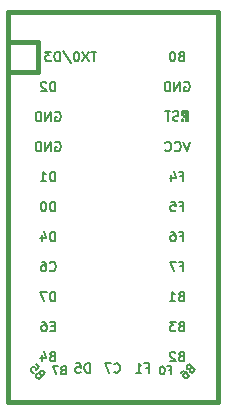
<source format=gbr>
G04 #@! TF.GenerationSoftware,KiCad,Pcbnew,(5.1.5)-2*
G04 #@! TF.CreationDate,2020-01-16T23:06:53-08:00*
G04 #@! TF.ProjectId,Jason's PCB,4a61736f-6e27-4732-9050-43422e6b6963,rev?*
G04 #@! TF.SameCoordinates,Original*
G04 #@! TF.FileFunction,Legend,Bot*
G04 #@! TF.FilePolarity,Positive*
%FSLAX46Y46*%
G04 Gerber Fmt 4.6, Leading zero omitted, Abs format (unit mm)*
G04 Created by KiCad (PCBNEW (5.1.5)-2) date 2020-01-16 23:06:53*
%MOMM*%
%LPD*%
G04 APERTURE LIST*
%ADD10C,0.381000*%
%ADD11C,0.150000*%
G04 APERTURE END LIST*
D10*
X122174000Y-18796000D02*
X119634000Y-18796000D01*
X122174000Y-16256000D02*
X122174000Y-18796000D01*
D11*
G36*
X134568635Y-22545030D02*
G01*
X134568635Y-22645030D01*
X134668635Y-22645030D01*
X134668635Y-22545030D01*
X134568635Y-22545030D01*
G37*
X134568635Y-22545030D02*
X134568635Y-22645030D01*
X134668635Y-22645030D01*
X134668635Y-22545030D01*
X134568635Y-22545030D01*
G36*
X134768635Y-22145030D02*
G01*
X134768635Y-22945030D01*
X134868635Y-22945030D01*
X134868635Y-22145030D01*
X134768635Y-22145030D01*
G37*
X134768635Y-22145030D02*
X134768635Y-22945030D01*
X134868635Y-22945030D01*
X134868635Y-22145030D01*
X134768635Y-22145030D01*
G36*
X134368635Y-22745030D02*
G01*
X134368635Y-22945030D01*
X134468635Y-22945030D01*
X134468635Y-22745030D01*
X134368635Y-22745030D01*
G37*
X134368635Y-22745030D02*
X134368635Y-22945030D01*
X134468635Y-22945030D01*
X134468635Y-22745030D01*
X134368635Y-22745030D01*
G36*
X134368635Y-22145030D02*
G01*
X134368635Y-22445030D01*
X134468635Y-22445030D01*
X134468635Y-22145030D01*
X134368635Y-22145030D01*
G37*
X134368635Y-22145030D02*
X134368635Y-22445030D01*
X134468635Y-22445030D01*
X134468635Y-22145030D01*
X134368635Y-22145030D01*
G36*
X134368635Y-22145030D02*
G01*
X134368635Y-22245030D01*
X134868635Y-22245030D01*
X134868635Y-22145030D01*
X134368635Y-22145030D01*
G37*
X134368635Y-22145030D02*
X134368635Y-22245030D01*
X134868635Y-22245030D01*
X134868635Y-22145030D01*
X134368635Y-22145030D01*
D10*
X137414000Y-46736000D02*
X137414000Y-13716000D01*
X119634000Y-46736000D02*
X137414000Y-46736000D01*
X119634000Y-13716000D02*
X119634000Y-46736000D01*
X137414000Y-13716000D02*
X119634000Y-13716000D01*
X122174000Y-16256000D02*
X119634000Y-16256000D01*
D11*
X123653476Y-20427904D02*
X123653476Y-19627904D01*
X123463000Y-19627904D01*
X123348714Y-19666000D01*
X123272523Y-19742190D01*
X123234428Y-19818380D01*
X123196333Y-19970761D01*
X123196333Y-20085047D01*
X123234428Y-20237428D01*
X123272523Y-20313619D01*
X123348714Y-20389809D01*
X123463000Y-20427904D01*
X123653476Y-20427904D01*
X122891571Y-19704095D02*
X122853476Y-19666000D01*
X122777285Y-19627904D01*
X122586809Y-19627904D01*
X122510619Y-19666000D01*
X122472523Y-19704095D01*
X122434428Y-19780285D01*
X122434428Y-19856476D01*
X122472523Y-19970761D01*
X122929666Y-20427904D01*
X122434428Y-20427904D01*
X123653476Y-30587904D02*
X123653476Y-29787904D01*
X123463000Y-29787904D01*
X123348714Y-29826000D01*
X123272523Y-29902190D01*
X123234428Y-29978380D01*
X123196333Y-30130761D01*
X123196333Y-30245047D01*
X123234428Y-30397428D01*
X123272523Y-30473619D01*
X123348714Y-30549809D01*
X123463000Y-30587904D01*
X123653476Y-30587904D01*
X122701095Y-29787904D02*
X122624904Y-29787904D01*
X122548714Y-29826000D01*
X122510619Y-29864095D01*
X122472523Y-29940285D01*
X122434428Y-30092666D01*
X122434428Y-30283142D01*
X122472523Y-30435523D01*
X122510619Y-30511714D01*
X122548714Y-30549809D01*
X122624904Y-30587904D01*
X122701095Y-30587904D01*
X122777285Y-30549809D01*
X122815380Y-30511714D01*
X122853476Y-30435523D01*
X122891571Y-30283142D01*
X122891571Y-30092666D01*
X122853476Y-29940285D01*
X122815380Y-29864095D01*
X122777285Y-29826000D01*
X122701095Y-29787904D01*
X123653476Y-28047904D02*
X123653476Y-27247904D01*
X123463000Y-27247904D01*
X123348714Y-27286000D01*
X123272523Y-27362190D01*
X123234428Y-27438380D01*
X123196333Y-27590761D01*
X123196333Y-27705047D01*
X123234428Y-27857428D01*
X123272523Y-27933619D01*
X123348714Y-28009809D01*
X123463000Y-28047904D01*
X123653476Y-28047904D01*
X122434428Y-28047904D02*
X122891571Y-28047904D01*
X122663000Y-28047904D02*
X122663000Y-27247904D01*
X122739190Y-27362190D01*
X122815380Y-27438380D01*
X122891571Y-27476476D01*
X123672523Y-24746000D02*
X123748714Y-24707904D01*
X123863000Y-24707904D01*
X123977285Y-24746000D01*
X124053476Y-24822190D01*
X124091571Y-24898380D01*
X124129666Y-25050761D01*
X124129666Y-25165047D01*
X124091571Y-25317428D01*
X124053476Y-25393619D01*
X123977285Y-25469809D01*
X123863000Y-25507904D01*
X123786809Y-25507904D01*
X123672523Y-25469809D01*
X123634428Y-25431714D01*
X123634428Y-25165047D01*
X123786809Y-25165047D01*
X123291571Y-25507904D02*
X123291571Y-24707904D01*
X122834428Y-25507904D01*
X122834428Y-24707904D01*
X122453476Y-25507904D02*
X122453476Y-24707904D01*
X122263000Y-24707904D01*
X122148714Y-24746000D01*
X122072523Y-24822190D01*
X122034428Y-24898380D01*
X121996333Y-25050761D01*
X121996333Y-25165047D01*
X122034428Y-25317428D01*
X122072523Y-25393619D01*
X122148714Y-25469809D01*
X122263000Y-25507904D01*
X122453476Y-25507904D01*
X123672523Y-22206000D02*
X123748714Y-22167904D01*
X123863000Y-22167904D01*
X123977285Y-22206000D01*
X124053476Y-22282190D01*
X124091571Y-22358380D01*
X124129666Y-22510761D01*
X124129666Y-22625047D01*
X124091571Y-22777428D01*
X124053476Y-22853619D01*
X123977285Y-22929809D01*
X123863000Y-22967904D01*
X123786809Y-22967904D01*
X123672523Y-22929809D01*
X123634428Y-22891714D01*
X123634428Y-22625047D01*
X123786809Y-22625047D01*
X123291571Y-22967904D02*
X123291571Y-22167904D01*
X122834428Y-22967904D01*
X122834428Y-22167904D01*
X122453476Y-22967904D02*
X122453476Y-22167904D01*
X122263000Y-22167904D01*
X122148714Y-22206000D01*
X122072523Y-22282190D01*
X122034428Y-22358380D01*
X121996333Y-22510761D01*
X121996333Y-22625047D01*
X122034428Y-22777428D01*
X122072523Y-22853619D01*
X122148714Y-22929809D01*
X122263000Y-22967904D01*
X122453476Y-22967904D01*
X123653476Y-33127904D02*
X123653476Y-32327904D01*
X123463000Y-32327904D01*
X123348714Y-32366000D01*
X123272523Y-32442190D01*
X123234428Y-32518380D01*
X123196333Y-32670761D01*
X123196333Y-32785047D01*
X123234428Y-32937428D01*
X123272523Y-33013619D01*
X123348714Y-33089809D01*
X123463000Y-33127904D01*
X123653476Y-33127904D01*
X122510619Y-32594571D02*
X122510619Y-33127904D01*
X122701095Y-32289809D02*
X122891571Y-32861238D01*
X122396333Y-32861238D01*
X123196333Y-35591714D02*
X123234428Y-35629809D01*
X123348714Y-35667904D01*
X123424904Y-35667904D01*
X123539190Y-35629809D01*
X123615380Y-35553619D01*
X123653476Y-35477428D01*
X123691571Y-35325047D01*
X123691571Y-35210761D01*
X123653476Y-35058380D01*
X123615380Y-34982190D01*
X123539190Y-34906000D01*
X123424904Y-34867904D01*
X123348714Y-34867904D01*
X123234428Y-34906000D01*
X123196333Y-34944095D01*
X122510619Y-34867904D02*
X122663000Y-34867904D01*
X122739190Y-34906000D01*
X122777285Y-34944095D01*
X122853476Y-35058380D01*
X122891571Y-35210761D01*
X122891571Y-35515523D01*
X122853476Y-35591714D01*
X122815380Y-35629809D01*
X122739190Y-35667904D01*
X122586809Y-35667904D01*
X122510619Y-35629809D01*
X122472523Y-35591714D01*
X122434428Y-35515523D01*
X122434428Y-35325047D01*
X122472523Y-35248857D01*
X122510619Y-35210761D01*
X122586809Y-35172666D01*
X122739190Y-35172666D01*
X122815380Y-35210761D01*
X122853476Y-35248857D01*
X122891571Y-35325047D01*
X123653476Y-38207904D02*
X123653476Y-37407904D01*
X123463000Y-37407904D01*
X123348714Y-37446000D01*
X123272523Y-37522190D01*
X123234428Y-37598380D01*
X123196333Y-37750761D01*
X123196333Y-37865047D01*
X123234428Y-38017428D01*
X123272523Y-38093619D01*
X123348714Y-38169809D01*
X123463000Y-38207904D01*
X123653476Y-38207904D01*
X122929666Y-37407904D02*
X122396333Y-37407904D01*
X122739190Y-38207904D01*
X123615380Y-40328857D02*
X123348714Y-40328857D01*
X123234428Y-40747904D02*
X123615380Y-40747904D01*
X123615380Y-39947904D01*
X123234428Y-39947904D01*
X122548714Y-39947904D02*
X122701095Y-39947904D01*
X122777285Y-39986000D01*
X122815380Y-40024095D01*
X122891571Y-40138380D01*
X122929666Y-40290761D01*
X122929666Y-40595523D01*
X122891571Y-40671714D01*
X122853476Y-40709809D01*
X122777285Y-40747904D01*
X122624904Y-40747904D01*
X122548714Y-40709809D01*
X122510619Y-40671714D01*
X122472523Y-40595523D01*
X122472523Y-40405047D01*
X122510619Y-40328857D01*
X122548714Y-40290761D01*
X122624904Y-40252666D01*
X122777285Y-40252666D01*
X122853476Y-40290761D01*
X122891571Y-40328857D01*
X122929666Y-40405047D01*
X123386809Y-42868857D02*
X123272523Y-42906952D01*
X123234428Y-42945047D01*
X123196333Y-43021238D01*
X123196333Y-43135523D01*
X123234428Y-43211714D01*
X123272523Y-43249809D01*
X123348714Y-43287904D01*
X123653476Y-43287904D01*
X123653476Y-42487904D01*
X123386809Y-42487904D01*
X123310619Y-42526000D01*
X123272523Y-42564095D01*
X123234428Y-42640285D01*
X123234428Y-42716476D01*
X123272523Y-42792666D01*
X123310619Y-42830761D01*
X123386809Y-42868857D01*
X123653476Y-42868857D01*
X122510619Y-42754571D02*
X122510619Y-43287904D01*
X122701095Y-42449809D02*
X122891571Y-43021238D01*
X122396333Y-43021238D01*
X122359702Y-44360991D02*
X122265421Y-44313851D01*
X122218280Y-44313851D01*
X122147570Y-44337421D01*
X122076859Y-44408132D01*
X122053289Y-44478842D01*
X122053289Y-44525983D01*
X122076859Y-44596693D01*
X122265421Y-44785255D01*
X122760396Y-44290280D01*
X122595404Y-44125289D01*
X122524693Y-44101719D01*
X122477553Y-44101719D01*
X122406842Y-44125289D01*
X122359702Y-44172429D01*
X122336132Y-44243140D01*
X122336132Y-44290280D01*
X122359702Y-44360991D01*
X122524693Y-44525983D01*
X122029719Y-43559603D02*
X122265421Y-43795306D01*
X122053289Y-44054578D01*
X122053289Y-44007438D01*
X122029719Y-43936727D01*
X121911867Y-43818876D01*
X121841157Y-43795306D01*
X121794016Y-43795306D01*
X121723306Y-43818876D01*
X121605455Y-43936727D01*
X121581884Y-44007438D01*
X121581884Y-44054578D01*
X121605455Y-44125289D01*
X121723306Y-44243140D01*
X121794016Y-44266710D01*
X121841157Y-44266710D01*
X134308809Y-40328857D02*
X134194523Y-40366952D01*
X134156428Y-40405047D01*
X134118333Y-40481238D01*
X134118333Y-40595523D01*
X134156428Y-40671714D01*
X134194523Y-40709809D01*
X134270714Y-40747904D01*
X134575476Y-40747904D01*
X134575476Y-39947904D01*
X134308809Y-39947904D01*
X134232619Y-39986000D01*
X134194523Y-40024095D01*
X134156428Y-40100285D01*
X134156428Y-40176476D01*
X134194523Y-40252666D01*
X134232619Y-40290761D01*
X134308809Y-40328857D01*
X134575476Y-40328857D01*
X133851666Y-39947904D02*
X133356428Y-39947904D01*
X133623095Y-40252666D01*
X133508809Y-40252666D01*
X133432619Y-40290761D01*
X133394523Y-40328857D01*
X133356428Y-40405047D01*
X133356428Y-40595523D01*
X133394523Y-40671714D01*
X133432619Y-40709809D01*
X133508809Y-40747904D01*
X133737380Y-40747904D01*
X133813571Y-40709809D01*
X133851666Y-40671714D01*
X134308809Y-37788857D02*
X134194523Y-37826952D01*
X134156428Y-37865047D01*
X134118333Y-37941238D01*
X134118333Y-38055523D01*
X134156428Y-38131714D01*
X134194523Y-38169809D01*
X134270714Y-38207904D01*
X134575476Y-38207904D01*
X134575476Y-37407904D01*
X134308809Y-37407904D01*
X134232619Y-37446000D01*
X134194523Y-37484095D01*
X134156428Y-37560285D01*
X134156428Y-37636476D01*
X134194523Y-37712666D01*
X134232619Y-37750761D01*
X134308809Y-37788857D01*
X134575476Y-37788857D01*
X133356428Y-38207904D02*
X133813571Y-38207904D01*
X133585000Y-38207904D02*
X133585000Y-37407904D01*
X133661190Y-37522190D01*
X133737380Y-37598380D01*
X133813571Y-37636476D01*
X134251666Y-27628857D02*
X134518333Y-27628857D01*
X134518333Y-28047904D02*
X134518333Y-27247904D01*
X134137380Y-27247904D01*
X133489761Y-27514571D02*
X133489761Y-28047904D01*
X133680238Y-27209809D02*
X133870714Y-27781238D01*
X133375476Y-27781238D01*
X135051666Y-24707904D02*
X134785000Y-25507904D01*
X134518333Y-24707904D01*
X133794523Y-25431714D02*
X133832619Y-25469809D01*
X133946904Y-25507904D01*
X134023095Y-25507904D01*
X134137380Y-25469809D01*
X134213571Y-25393619D01*
X134251666Y-25317428D01*
X134289761Y-25165047D01*
X134289761Y-25050761D01*
X134251666Y-24898380D01*
X134213571Y-24822190D01*
X134137380Y-24746000D01*
X134023095Y-24707904D01*
X133946904Y-24707904D01*
X133832619Y-24746000D01*
X133794523Y-24784095D01*
X132994523Y-25431714D02*
X133032619Y-25469809D01*
X133146904Y-25507904D01*
X133223095Y-25507904D01*
X133337380Y-25469809D01*
X133413571Y-25393619D01*
X133451666Y-25317428D01*
X133489761Y-25165047D01*
X133489761Y-25050761D01*
X133451666Y-24898380D01*
X133413571Y-24822190D01*
X133337380Y-24746000D01*
X133223095Y-24707904D01*
X133146904Y-24707904D01*
X133032619Y-24746000D01*
X132994523Y-24784095D01*
X134594523Y-19666000D02*
X134670714Y-19627904D01*
X134785000Y-19627904D01*
X134899285Y-19666000D01*
X134975476Y-19742190D01*
X135013571Y-19818380D01*
X135051666Y-19970761D01*
X135051666Y-20085047D01*
X135013571Y-20237428D01*
X134975476Y-20313619D01*
X134899285Y-20389809D01*
X134785000Y-20427904D01*
X134708809Y-20427904D01*
X134594523Y-20389809D01*
X134556428Y-20351714D01*
X134556428Y-20085047D01*
X134708809Y-20085047D01*
X134213571Y-20427904D02*
X134213571Y-19627904D01*
X133756428Y-20427904D01*
X133756428Y-19627904D01*
X133375476Y-20427904D02*
X133375476Y-19627904D01*
X133185000Y-19627904D01*
X133070714Y-19666000D01*
X132994523Y-19742190D01*
X132956428Y-19818380D01*
X132918333Y-19970761D01*
X132918333Y-20085047D01*
X132956428Y-20237428D01*
X132994523Y-20313619D01*
X133070714Y-20389809D01*
X133185000Y-20427904D01*
X133375476Y-20427904D01*
X134308809Y-17468857D02*
X134194523Y-17506952D01*
X134156428Y-17545047D01*
X134118333Y-17621238D01*
X134118333Y-17735523D01*
X134156428Y-17811714D01*
X134194523Y-17849809D01*
X134270714Y-17887904D01*
X134575476Y-17887904D01*
X134575476Y-17087904D01*
X134308809Y-17087904D01*
X134232619Y-17126000D01*
X134194523Y-17164095D01*
X134156428Y-17240285D01*
X134156428Y-17316476D01*
X134194523Y-17392666D01*
X134232619Y-17430761D01*
X134308809Y-17468857D01*
X134575476Y-17468857D01*
X133623095Y-17087904D02*
X133546904Y-17087904D01*
X133470714Y-17126000D01*
X133432619Y-17164095D01*
X133394523Y-17240285D01*
X133356428Y-17392666D01*
X133356428Y-17583142D01*
X133394523Y-17735523D01*
X133432619Y-17811714D01*
X133470714Y-17849809D01*
X133546904Y-17887904D01*
X133623095Y-17887904D01*
X133699285Y-17849809D01*
X133737380Y-17811714D01*
X133775476Y-17735523D01*
X133813571Y-17583142D01*
X133813571Y-17392666D01*
X133775476Y-17240285D01*
X133737380Y-17164095D01*
X133699285Y-17126000D01*
X133623095Y-17087904D01*
X134251666Y-30168857D02*
X134518333Y-30168857D01*
X134518333Y-30587904D02*
X134518333Y-29787904D01*
X134137380Y-29787904D01*
X133451666Y-29787904D02*
X133832619Y-29787904D01*
X133870714Y-30168857D01*
X133832619Y-30130761D01*
X133756428Y-30092666D01*
X133565952Y-30092666D01*
X133489761Y-30130761D01*
X133451666Y-30168857D01*
X133413571Y-30245047D01*
X133413571Y-30435523D01*
X133451666Y-30511714D01*
X133489761Y-30549809D01*
X133565952Y-30587904D01*
X133756428Y-30587904D01*
X133832619Y-30549809D01*
X133870714Y-30511714D01*
X134251666Y-32708857D02*
X134518333Y-32708857D01*
X134518333Y-33127904D02*
X134518333Y-32327904D01*
X134137380Y-32327904D01*
X133489761Y-32327904D02*
X133642142Y-32327904D01*
X133718333Y-32366000D01*
X133756428Y-32404095D01*
X133832619Y-32518380D01*
X133870714Y-32670761D01*
X133870714Y-32975523D01*
X133832619Y-33051714D01*
X133794523Y-33089809D01*
X133718333Y-33127904D01*
X133565952Y-33127904D01*
X133489761Y-33089809D01*
X133451666Y-33051714D01*
X133413571Y-32975523D01*
X133413571Y-32785047D01*
X133451666Y-32708857D01*
X133489761Y-32670761D01*
X133565952Y-32632666D01*
X133718333Y-32632666D01*
X133794523Y-32670761D01*
X133832619Y-32708857D01*
X133870714Y-32785047D01*
X134251666Y-35248857D02*
X134518333Y-35248857D01*
X134518333Y-35667904D02*
X134518333Y-34867904D01*
X134137380Y-34867904D01*
X133908809Y-34867904D02*
X133375476Y-34867904D01*
X133718333Y-35667904D01*
X134308809Y-42868857D02*
X134194523Y-42906952D01*
X134156428Y-42945047D01*
X134118333Y-43021238D01*
X134118333Y-43135523D01*
X134156428Y-43211714D01*
X134194523Y-43249809D01*
X134270714Y-43287904D01*
X134575476Y-43287904D01*
X134575476Y-42487904D01*
X134308809Y-42487904D01*
X134232619Y-42526000D01*
X134194523Y-42564095D01*
X134156428Y-42640285D01*
X134156428Y-42716476D01*
X134194523Y-42792666D01*
X134232619Y-42830761D01*
X134308809Y-42868857D01*
X134575476Y-42868857D01*
X133813571Y-42564095D02*
X133775476Y-42526000D01*
X133699285Y-42487904D01*
X133508809Y-42487904D01*
X133432619Y-42526000D01*
X133394523Y-42564095D01*
X133356428Y-42640285D01*
X133356428Y-42716476D01*
X133394523Y-42830761D01*
X133851666Y-43287904D01*
X133356428Y-43287904D01*
X127142604Y-17087904D02*
X126685461Y-17087904D01*
X126914032Y-17887904D02*
X126914032Y-17087904D01*
X126494985Y-17087904D02*
X125961651Y-17887904D01*
X125961651Y-17087904D02*
X126494985Y-17887904D01*
X125504508Y-17087904D02*
X125428318Y-17087904D01*
X125352128Y-17126000D01*
X125314032Y-17164095D01*
X125275937Y-17240285D01*
X125237842Y-17392666D01*
X125237842Y-17583142D01*
X125275937Y-17735523D01*
X125314032Y-17811714D01*
X125352128Y-17849809D01*
X125428318Y-17887904D01*
X125504508Y-17887904D01*
X125580699Y-17849809D01*
X125618794Y-17811714D01*
X125656889Y-17735523D01*
X125694985Y-17583142D01*
X125694985Y-17392666D01*
X125656889Y-17240285D01*
X125618794Y-17164095D01*
X125580699Y-17126000D01*
X125504508Y-17087904D01*
X124323556Y-17049809D02*
X125009270Y-18078380D01*
X124056889Y-17887904D02*
X124056889Y-17087904D01*
X123866413Y-17087904D01*
X123752128Y-17126000D01*
X123675937Y-17202190D01*
X123637842Y-17278380D01*
X123599747Y-17430761D01*
X123599747Y-17545047D01*
X123637842Y-17697428D01*
X123675937Y-17773619D01*
X123752128Y-17849809D01*
X123866413Y-17887904D01*
X124056889Y-17887904D01*
X123333080Y-17087904D02*
X122837842Y-17087904D01*
X123104508Y-17392666D01*
X122990223Y-17392666D01*
X122914032Y-17430761D01*
X122875937Y-17468857D01*
X122837842Y-17545047D01*
X122837842Y-17735523D01*
X122875937Y-17811714D01*
X122914032Y-17849809D01*
X122990223Y-17887904D01*
X123218794Y-17887904D01*
X123294985Y-17849809D01*
X123333080Y-17811714D01*
X134097333Y-22909809D02*
X133983047Y-22947904D01*
X133792571Y-22947904D01*
X133716380Y-22909809D01*
X133678285Y-22871714D01*
X133640190Y-22795523D01*
X133640190Y-22719333D01*
X133678285Y-22643142D01*
X133716380Y-22605047D01*
X133792571Y-22566952D01*
X133944952Y-22528857D01*
X134021142Y-22490761D01*
X134059238Y-22452666D01*
X134097333Y-22376476D01*
X134097333Y-22300285D01*
X134059238Y-22224095D01*
X134021142Y-22186000D01*
X133944952Y-22147904D01*
X133754476Y-22147904D01*
X133640190Y-22186000D01*
X133411619Y-22147904D02*
X132954476Y-22147904D01*
X133183047Y-22947904D02*
X133183047Y-22147904D01*
X124307333Y-44046000D02*
X124207333Y-44079333D01*
X124174000Y-44112666D01*
X124140666Y-44179333D01*
X124140666Y-44279333D01*
X124174000Y-44346000D01*
X124207333Y-44379333D01*
X124274000Y-44412666D01*
X124540666Y-44412666D01*
X124540666Y-43712666D01*
X124307333Y-43712666D01*
X124240666Y-43746000D01*
X124207333Y-43779333D01*
X124174000Y-43846000D01*
X124174000Y-43912666D01*
X124207333Y-43979333D01*
X124240666Y-44012666D01*
X124307333Y-44046000D01*
X124540666Y-44046000D01*
X123907333Y-43712666D02*
X123440666Y-43712666D01*
X123740666Y-44412666D01*
X133257333Y-44046000D02*
X133490666Y-44046000D01*
X133490666Y-44412666D02*
X133490666Y-43712666D01*
X133157333Y-43712666D01*
X132757333Y-43712666D02*
X132690666Y-43712666D01*
X132624000Y-43746000D01*
X132590666Y-43779333D01*
X132557333Y-43846000D01*
X132524000Y-43979333D01*
X132524000Y-44146000D01*
X132557333Y-44279333D01*
X132590666Y-44346000D01*
X132624000Y-44379333D01*
X132690666Y-44412666D01*
X132757333Y-44412666D01*
X132824000Y-44379333D01*
X132857333Y-44346000D01*
X132890666Y-44279333D01*
X132924000Y-44146000D01*
X132924000Y-43979333D01*
X132890666Y-43846000D01*
X132857333Y-43779333D01*
X132824000Y-43746000D01*
X132757333Y-43712666D01*
X135088991Y-43960297D02*
X135041851Y-44054578D01*
X135041851Y-44101719D01*
X135065421Y-44172429D01*
X135136132Y-44243140D01*
X135206842Y-44266710D01*
X135253983Y-44266710D01*
X135324693Y-44243140D01*
X135513255Y-44054578D01*
X135018280Y-43559603D01*
X134853289Y-43724595D01*
X134829719Y-43795306D01*
X134829719Y-43842446D01*
X134853289Y-43913157D01*
X134900429Y-43960297D01*
X134971140Y-43983867D01*
X135018280Y-43983867D01*
X135088991Y-43960297D01*
X135253983Y-43795306D01*
X134311174Y-44266710D02*
X134405455Y-44172429D01*
X134476165Y-44148859D01*
X134523306Y-44148859D01*
X134641157Y-44172429D01*
X134759008Y-44243140D01*
X134947570Y-44431702D01*
X134971140Y-44502412D01*
X134971140Y-44549553D01*
X134947570Y-44620264D01*
X134853289Y-44714544D01*
X134782578Y-44738115D01*
X134735438Y-44738115D01*
X134664727Y-44714544D01*
X134546876Y-44596693D01*
X134523306Y-44525983D01*
X134523306Y-44478842D01*
X134546876Y-44408132D01*
X134641157Y-44313851D01*
X134711867Y-44290280D01*
X134759008Y-44290280D01*
X134829719Y-44313851D01*
X128657333Y-44181714D02*
X128695428Y-44219809D01*
X128809714Y-44257904D01*
X128885904Y-44257904D01*
X129000190Y-44219809D01*
X129076380Y-44143619D01*
X129114476Y-44067428D01*
X129152571Y-43915047D01*
X129152571Y-43800761D01*
X129114476Y-43648380D01*
X129076380Y-43572190D01*
X129000190Y-43496000D01*
X128885904Y-43457904D01*
X128809714Y-43457904D01*
X128695428Y-43496000D01*
X128657333Y-43534095D01*
X128390666Y-43457904D02*
X127857333Y-43457904D01*
X128200190Y-44257904D01*
X131330666Y-43838857D02*
X131597333Y-43838857D01*
X131597333Y-44257904D02*
X131597333Y-43457904D01*
X131216380Y-43457904D01*
X130492571Y-44257904D02*
X130949714Y-44257904D01*
X130721142Y-44257904D02*
X130721142Y-43457904D01*
X130797333Y-43572190D01*
X130873523Y-43648380D01*
X130949714Y-43686476D01*
X126574476Y-44257904D02*
X126574476Y-43457904D01*
X126384000Y-43457904D01*
X126269714Y-43496000D01*
X126193523Y-43572190D01*
X126155428Y-43648380D01*
X126117333Y-43800761D01*
X126117333Y-43915047D01*
X126155428Y-44067428D01*
X126193523Y-44143619D01*
X126269714Y-44219809D01*
X126384000Y-44257904D01*
X126574476Y-44257904D01*
X125393523Y-43457904D02*
X125774476Y-43457904D01*
X125812571Y-43838857D01*
X125774476Y-43800761D01*
X125698285Y-43762666D01*
X125507809Y-43762666D01*
X125431619Y-43800761D01*
X125393523Y-43838857D01*
X125355428Y-43915047D01*
X125355428Y-44105523D01*
X125393523Y-44181714D01*
X125431619Y-44219809D01*
X125507809Y-44257904D01*
X125698285Y-44257904D01*
X125774476Y-44219809D01*
X125812571Y-44181714D01*
M02*

</source>
